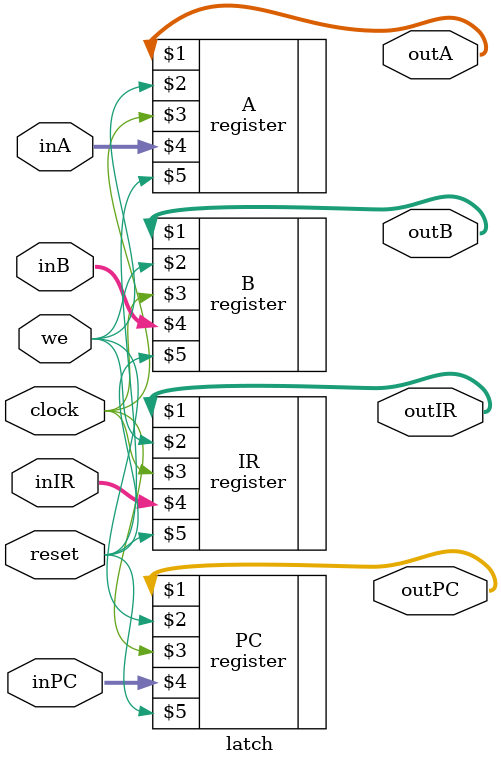
<source format=v>
module latch(outA, outB, outPC, outIR, inA, inB, inPC, inIR, clock, reset, we);

    output[31:0] outA, outB, outPC, outIR;
    input[31:0] inA, inB, inPC, inIR;
    input clock, reset, we;

    register A(outA, we, clock, inA, reset);
    register B(outB, we, clock, inB, reset);
    register PC(outPC, we, clock, inPC, reset);
    register IR(outIR, we, clock, inIR, reset);

endmodule
    
</source>
